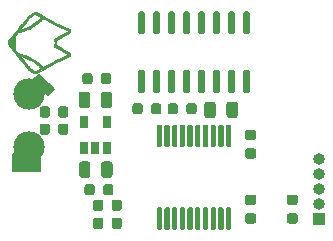
<source format=gbs>
%TF.GenerationSoftware,KiCad,Pcbnew,5.1.8-db9833491~88~ubuntu20.04.1*%
%TF.CreationDate,2021-02-21T13:37:15+01:00*%
%TF.ProjectId,RF_STICK,52465f53-5449-4434-9b2e-6b696361645f,rev?*%
%TF.SameCoordinates,PX8f0d180PY41cdb40*%
%TF.FileFunction,Soldermask,Bot*%
%TF.FilePolarity,Negative*%
%FSLAX46Y46*%
G04 Gerber Fmt 4.6, Leading zero omitted, Abs format (unit mm)*
G04 Created by KiCad (PCBNEW 5.1.8-db9833491~88~ubuntu20.04.1) date 2021-02-21 13:37:15*
%MOMM*%
%LPD*%
G01*
G04 APERTURE LIST*
%ADD10C,0.010000*%
%ADD11R,1.000000X1.000000*%
%ADD12O,1.000000X1.000000*%
%ADD13R,0.650000X1.060000*%
%ADD14C,2.660000*%
%ADD15C,0.200000*%
%ADD16C,0.100000*%
G04 APERTURE END LIST*
D10*
%TO.C,MARK2*%
G36*
X5573781Y15234364D02*
G01*
X5545224Y15256629D01*
X5505180Y15283419D01*
X5461109Y15309821D01*
X5449427Y15316278D01*
X5423376Y15330577D01*
X5381072Y15354039D01*
X5324705Y15385441D01*
X5256465Y15423557D01*
X5178540Y15467164D01*
X5093122Y15515037D01*
X5002398Y15565952D01*
X4908560Y15618685D01*
X4902354Y15622175D01*
X4439333Y15882568D01*
X4439333Y16317432D01*
X4902354Y16577825D01*
X4996321Y16630634D01*
X5087315Y16681706D01*
X5173149Y16729816D01*
X5251631Y16773740D01*
X5320573Y16812254D01*
X5377785Y16844133D01*
X5421078Y16868153D01*
X5448261Y16883089D01*
X5449427Y16883722D01*
X5493305Y16909171D01*
X5535179Y16936341D01*
X5567591Y16960320D01*
X5573781Y16965635D01*
X5614083Y17002046D01*
X5614083Y17188252D01*
X5571361Y17219671D01*
X5553228Y17230485D01*
X5517995Y17249174D01*
X5467765Y17274702D01*
X5404637Y17306035D01*
X5330714Y17342139D01*
X5248097Y17381979D01*
X5158887Y17424521D01*
X5071298Y17465860D01*
X4915417Y17539077D01*
X4776790Y17604269D01*
X4653512Y17662409D01*
X4543676Y17714472D01*
X4445377Y17761430D01*
X4356711Y17804256D01*
X4275771Y17843923D01*
X4200653Y17881404D01*
X4129450Y17917673D01*
X4060258Y17953702D01*
X3991170Y17990465D01*
X3920282Y18028934D01*
X3845687Y18070083D01*
X3765482Y18114884D01*
X3677759Y18164312D01*
X3580614Y18219338D01*
X3472141Y18280936D01*
X3444500Y18296641D01*
X2793625Y18666458D01*
X2675648Y18669988D01*
X2620602Y18671068D01*
X2580002Y18669906D01*
X2547174Y18665687D01*
X2515445Y18657598D01*
X2482585Y18646433D01*
X2373811Y18600529D01*
X2274327Y18543644D01*
X2178573Y18472274D01*
X2112048Y18413016D01*
X2097020Y18396807D01*
X2069665Y18365108D01*
X2030849Y18318981D01*
X1981437Y18259488D01*
X1922296Y18187690D01*
X1854292Y18104650D01*
X1778289Y18011430D01*
X1695155Y17909092D01*
X1605754Y17798698D01*
X1510954Y17681309D01*
X1411618Y17557989D01*
X1308614Y17429799D01*
X1202807Y17297801D01*
X1199236Y17293340D01*
X354167Y16237722D01*
X354956Y16097423D01*
X355745Y15957125D01*
X1189685Y14916371D01*
X1294728Y14785376D01*
X1396845Y14658222D01*
X1495174Y14535970D01*
X1588856Y14419684D01*
X1677029Y14310424D01*
X1758834Y14209252D01*
X1833410Y14117231D01*
X1899896Y14035422D01*
X1957432Y13964888D01*
X2005156Y13906689D01*
X2042209Y13861889D01*
X2067730Y13831549D01*
X2080542Y13817055D01*
X2126465Y13773600D01*
X2181961Y13726863D01*
X2241257Y13681243D01*
X2298583Y13641140D01*
X2348165Y13610956D01*
X2356889Y13606372D01*
X2394025Y13589128D01*
X2440631Y13569621D01*
X2482839Y13553475D01*
X2519143Y13541277D01*
X2550651Y13533665D01*
X2584031Y13529829D01*
X2625948Y13528958D01*
X2643601Y13529332D01*
X2643601Y13681930D01*
X2598350Y13693404D01*
X2543575Y13715794D01*
X2482277Y13747365D01*
X2417456Y13786383D01*
X2352114Y13831111D01*
X2289251Y13879816D01*
X2231869Y13930762D01*
X2209620Y13952934D01*
X2196728Y13967610D01*
X2172557Y13996416D01*
X2138472Y14037658D01*
X2095840Y14089642D01*
X2046026Y14150675D01*
X1990397Y14219063D01*
X1930319Y14293112D01*
X1867158Y14371128D01*
X1802280Y14451418D01*
X1737051Y14532289D01*
X1672837Y14612045D01*
X1611004Y14688995D01*
X1552919Y14761443D01*
X1499946Y14827696D01*
X1453454Y14886061D01*
X1414807Y14934844D01*
X1385371Y14972351D01*
X1366514Y14996889D01*
X1359600Y15006763D01*
X1359591Y15006824D01*
X1368985Y15004406D01*
X1394753Y14996249D01*
X1433270Y14983536D01*
X1480906Y14967453D01*
X1495829Y14962355D01*
X1678016Y14894510D01*
X1867960Y14813700D01*
X2060629Y14722511D01*
X2250988Y14623527D01*
X2434005Y14519334D01*
X2604644Y14412518D01*
X2718538Y14334346D01*
X2773097Y14292445D01*
X2832602Y14242045D01*
X2893201Y14186856D01*
X2951042Y14130589D01*
X3002271Y14076952D01*
X3043036Y14029656D01*
X3063142Y14002518D01*
X3084038Y13970110D01*
X3099253Y13944381D01*
X3105775Y13930457D01*
X3105833Y13929916D01*
X3097087Y13922635D01*
X3072936Y13906940D01*
X3036516Y13884634D01*
X2990963Y13857518D01*
X2939412Y13827395D01*
X2884997Y13796064D01*
X2830854Y13765329D01*
X2780119Y13736990D01*
X2735925Y13712849D01*
X2701409Y13694708D01*
X2679705Y13684367D01*
X2676326Y13683108D01*
X2643601Y13681930D01*
X2643601Y13529332D01*
X2675648Y13530012D01*
X2793625Y13533542D01*
X3270427Y13804453D01*
X3270427Y14018055D01*
X3260743Y14025732D01*
X3245911Y14048100D01*
X3229084Y14080378D01*
X3228532Y14081555D01*
X3212916Y14110990D01*
X3192439Y14141240D01*
X3164483Y14175465D01*
X3126429Y14216826D01*
X3075661Y14268483D01*
X3064418Y14279667D01*
X2959980Y14376478D01*
X2845114Y14469592D01*
X2717651Y14560481D01*
X2575420Y14650615D01*
X2416252Y14741467D01*
X2271042Y14817804D01*
X2098096Y14903159D01*
X1938123Y14976437D01*
X1787723Y15038974D01*
X1643493Y15092104D01*
X1502033Y15137165D01*
X1360825Y15175273D01*
X1305819Y15189089D01*
X1257743Y15201604D01*
X1220534Y15211761D01*
X1198130Y15218499D01*
X1193852Y15220173D01*
X1183871Y15230102D01*
X1162841Y15254115D01*
X1132862Y15289709D01*
X1096032Y15334379D01*
X1054449Y15385622D01*
X1037442Y15406792D01*
X986642Y15470916D01*
X948570Y15520740D01*
X922072Y15557939D01*
X905996Y15584191D01*
X899188Y15601173D01*
X899140Y15607875D01*
X904804Y15628840D01*
X913806Y15662589D01*
X923145Y15697833D01*
X928351Y15720326D01*
X932475Y15745749D01*
X935631Y15776709D01*
X937933Y15815813D01*
X939494Y15865667D01*
X940427Y15928877D01*
X940845Y16008052D01*
X940863Y16105292D01*
X940652Y16200183D01*
X940198Y16276657D01*
X939346Y16337465D01*
X937943Y16385357D01*
X935835Y16423081D01*
X932866Y16453390D01*
X928884Y16479031D01*
X923733Y16502756D01*
X917260Y16527315D01*
X917189Y16527571D01*
X906919Y16569691D01*
X901642Y16602592D01*
X902104Y16621299D01*
X902890Y16622821D01*
X932006Y16660294D01*
X967228Y16704835D01*
X1006260Y16753630D01*
X1046803Y16803859D01*
X1086562Y16852708D01*
X1123241Y16897358D01*
X1154541Y16934993D01*
X1178168Y16962796D01*
X1191823Y16977950D01*
X1193957Y16979827D01*
X1208084Y16984611D01*
X1238853Y16993306D01*
X1282329Y17004853D01*
X1334579Y17018194D01*
X1360825Y17024727D01*
X1367136Y17026431D01*
X1367136Y17201986D01*
X1367298Y17203317D01*
X1375595Y17213751D01*
X1395941Y17239244D01*
X1427163Y17278327D01*
X1468085Y17329532D01*
X1517535Y17391391D01*
X1574338Y17462433D01*
X1637320Y17541191D01*
X1705306Y17626196D01*
X1777124Y17715979D01*
X1779741Y17719250D01*
X1870779Y17832870D01*
X1949978Y17931212D01*
X2018560Y18015654D01*
X2077754Y18087569D01*
X2128784Y18148333D01*
X2172876Y18199322D01*
X2211255Y18241910D01*
X2245147Y18277474D01*
X2275779Y18307389D01*
X2304374Y18333029D01*
X2332160Y18355770D01*
X2360362Y18376988D01*
X2375583Y18387866D01*
X2435480Y18426905D01*
X2496373Y18460982D01*
X2554634Y18488539D01*
X2606638Y18508022D01*
X2648758Y18517874D01*
X2676326Y18516892D01*
X2693841Y18509083D01*
X2725054Y18492964D01*
X2766831Y18470336D01*
X2816035Y18443000D01*
X2869533Y18412760D01*
X2924189Y18381415D01*
X2976867Y18350767D01*
X3024433Y18322619D01*
X3063751Y18298771D01*
X3091687Y18281026D01*
X3105105Y18271184D01*
X3105833Y18270083D01*
X3100334Y18257603D01*
X3085843Y18232813D01*
X3065375Y18200836D01*
X3063142Y18197481D01*
X3031903Y18156766D01*
X2987526Y18107135D01*
X2933865Y18052300D01*
X2874772Y17995969D01*
X2814098Y17941852D01*
X2755697Y17893658D01*
X2718538Y17865653D01*
X2559418Y17758096D01*
X2384232Y17651350D01*
X2198007Y17547996D01*
X2005770Y17450614D01*
X1812547Y17361787D01*
X1623366Y17284094D01*
X1494536Y17237202D01*
X1445849Y17221175D01*
X1406226Y17209388D01*
X1378908Y17202704D01*
X1367136Y17201986D01*
X1367136Y17026431D01*
X1502902Y17063090D01*
X1644368Y17108196D01*
X1788626Y17161381D01*
X1939075Y17223979D01*
X2099117Y17297327D01*
X2271042Y17382196D01*
X2445774Y17474742D01*
X2601784Y17565359D01*
X2741241Y17655520D01*
X2866315Y17746696D01*
X2979176Y17840357D01*
X3064418Y17920333D01*
X3117885Y17974292D01*
X3158142Y18017357D01*
X3187806Y18052690D01*
X3209497Y18083449D01*
X3225831Y18112795D01*
X3228532Y18118444D01*
X3245371Y18150968D01*
X3260320Y18173738D01*
X3270223Y18181975D01*
X3270427Y18181944D01*
X3281834Y18176363D01*
X3309564Y18161452D01*
X3351547Y18138361D01*
X3405715Y18108243D01*
X3470001Y18072246D01*
X3542337Y18031523D01*
X3620654Y17987223D01*
X3635552Y17978774D01*
X3727813Y17926831D01*
X3814850Y17878780D01*
X3899770Y17833036D01*
X3985683Y17788010D01*
X4075696Y17742115D01*
X4172917Y17693766D01*
X4280455Y17641375D01*
X4401417Y17583355D01*
X4524000Y17525168D01*
X4627444Y17476291D01*
X4728381Y17428680D01*
X4824588Y17383379D01*
X4913846Y17341429D01*
X4993933Y17303872D01*
X5062628Y17271750D01*
X5117710Y17246107D01*
X5156959Y17227983D01*
X5169583Y17222233D01*
X5224500Y17197031D01*
X5282134Y17169922D01*
X5334037Y17144907D01*
X5359399Y17132322D01*
X5438090Y17092592D01*
X5412316Y17073032D01*
X5394414Y17061697D01*
X5361416Y17042877D01*
X5317108Y17018655D01*
X5265276Y16991110D01*
X5227792Y16971609D01*
X5174351Y16943760D01*
X5127132Y16918604D01*
X5089529Y16897994D01*
X5064934Y16883779D01*
X5057159Y16878519D01*
X5045631Y16871083D01*
X5017607Y16854477D01*
X4975078Y16829840D01*
X4920034Y16798309D01*
X4854467Y16761023D01*
X4780367Y16719119D01*
X4699725Y16673737D01*
X4657996Y16650333D01*
X4270715Y16433375D01*
X4270358Y16373037D01*
X4273156Y16326263D01*
X4280674Y16275167D01*
X4285875Y16251751D01*
X4296402Y16191194D01*
X4300942Y16119323D01*
X4299497Y16045128D01*
X4292066Y15977598D01*
X4285875Y15948249D01*
X4276674Y15901234D01*
X4271127Y15850212D01*
X4270358Y15826963D01*
X4270715Y15766625D01*
X4657996Y15549667D01*
X4741139Y15502983D01*
X4818727Y15459214D01*
X4888767Y15419500D01*
X4949269Y15384978D01*
X4998243Y15356786D01*
X5033696Y15336062D01*
X5053639Y15323944D01*
X5057159Y15321481D01*
X5070176Y15313073D01*
X5098667Y15296925D01*
X5139238Y15274886D01*
X5188497Y15248810D01*
X5227792Y15228390D01*
X5282571Y15199777D01*
X5332392Y15173075D01*
X5373469Y15150367D01*
X5402015Y15133732D01*
X5412316Y15126968D01*
X5438090Y15107408D01*
X5359399Y15067678D01*
X5315194Y15045928D01*
X5260074Y15019628D01*
X5202489Y14992782D01*
X5169583Y14977767D01*
X5138775Y14963647D01*
X5091061Y14941504D01*
X5028661Y14912380D01*
X4953797Y14877318D01*
X4868690Y14837359D01*
X4775561Y14793545D01*
X4676631Y14746919D01*
X4574120Y14698524D01*
X4524000Y14674831D01*
X4388339Y14610407D01*
X4268892Y14553035D01*
X4162553Y14501130D01*
X4066211Y14453105D01*
X3976760Y14407372D01*
X3891092Y14362345D01*
X3806097Y14316437D01*
X3718669Y14268062D01*
X3635552Y14221226D01*
X3556359Y14176394D01*
X3482768Y14134926D01*
X3416846Y14097973D01*
X3360660Y14066687D01*
X3316280Y14042217D01*
X3285773Y14025714D01*
X3271206Y14018330D01*
X3270427Y14018055D01*
X3270427Y13804453D01*
X3444500Y13903359D01*
X3555944Y13966661D01*
X3655607Y14023160D01*
X3745396Y14073830D01*
X3827214Y14119642D01*
X3902969Y14161570D01*
X3974565Y14200588D01*
X4043908Y14237668D01*
X4112903Y14273783D01*
X4183456Y14309907D01*
X4257472Y14347012D01*
X4336856Y14386072D01*
X4423514Y14428059D01*
X4519352Y14473947D01*
X4626275Y14524709D01*
X4746188Y14581318D01*
X4880996Y14644747D01*
X5032606Y14715969D01*
X5071298Y14734139D01*
X5164775Y14778272D01*
X5253625Y14820672D01*
X5335747Y14860303D01*
X5409040Y14896132D01*
X5471402Y14927123D01*
X5520732Y14952243D01*
X5554929Y14970457D01*
X5571361Y14980329D01*
X5614083Y15011748D01*
X5614083Y15197953D01*
X5573781Y15234364D01*
G37*
X5573781Y15234364D02*
X5545224Y15256629D01*
X5505180Y15283419D01*
X5461109Y15309821D01*
X5449427Y15316278D01*
X5423376Y15330577D01*
X5381072Y15354039D01*
X5324705Y15385441D01*
X5256465Y15423557D01*
X5178540Y15467164D01*
X5093122Y15515037D01*
X5002398Y15565952D01*
X4908560Y15618685D01*
X4902354Y15622175D01*
X4439333Y15882568D01*
X4439333Y16317432D01*
X4902354Y16577825D01*
X4996321Y16630634D01*
X5087315Y16681706D01*
X5173149Y16729816D01*
X5251631Y16773740D01*
X5320573Y16812254D01*
X5377785Y16844133D01*
X5421078Y16868153D01*
X5448261Y16883089D01*
X5449427Y16883722D01*
X5493305Y16909171D01*
X5535179Y16936341D01*
X5567591Y16960320D01*
X5573781Y16965635D01*
X5614083Y17002046D01*
X5614083Y17188252D01*
X5571361Y17219671D01*
X5553228Y17230485D01*
X5517995Y17249174D01*
X5467765Y17274702D01*
X5404637Y17306035D01*
X5330714Y17342139D01*
X5248097Y17381979D01*
X5158887Y17424521D01*
X5071298Y17465860D01*
X4915417Y17539077D01*
X4776790Y17604269D01*
X4653512Y17662409D01*
X4543676Y17714472D01*
X4445377Y17761430D01*
X4356711Y17804256D01*
X4275771Y17843923D01*
X4200653Y17881404D01*
X4129450Y17917673D01*
X4060258Y17953702D01*
X3991170Y17990465D01*
X3920282Y18028934D01*
X3845687Y18070083D01*
X3765482Y18114884D01*
X3677759Y18164312D01*
X3580614Y18219338D01*
X3472141Y18280936D01*
X3444500Y18296641D01*
X2793625Y18666458D01*
X2675648Y18669988D01*
X2620602Y18671068D01*
X2580002Y18669906D01*
X2547174Y18665687D01*
X2515445Y18657598D01*
X2482585Y18646433D01*
X2373811Y18600529D01*
X2274327Y18543644D01*
X2178573Y18472274D01*
X2112048Y18413016D01*
X2097020Y18396807D01*
X2069665Y18365108D01*
X2030849Y18318981D01*
X1981437Y18259488D01*
X1922296Y18187690D01*
X1854292Y18104650D01*
X1778289Y18011430D01*
X1695155Y17909092D01*
X1605754Y17798698D01*
X1510954Y17681309D01*
X1411618Y17557989D01*
X1308614Y17429799D01*
X1202807Y17297801D01*
X1199236Y17293340D01*
X354167Y16237722D01*
X354956Y16097423D01*
X355745Y15957125D01*
X1189685Y14916371D01*
X1294728Y14785376D01*
X1396845Y14658222D01*
X1495174Y14535970D01*
X1588856Y14419684D01*
X1677029Y14310424D01*
X1758834Y14209252D01*
X1833410Y14117231D01*
X1899896Y14035422D01*
X1957432Y13964888D01*
X2005156Y13906689D01*
X2042209Y13861889D01*
X2067730Y13831549D01*
X2080542Y13817055D01*
X2126465Y13773600D01*
X2181961Y13726863D01*
X2241257Y13681243D01*
X2298583Y13641140D01*
X2348165Y13610956D01*
X2356889Y13606372D01*
X2394025Y13589128D01*
X2440631Y13569621D01*
X2482839Y13553475D01*
X2519143Y13541277D01*
X2550651Y13533665D01*
X2584031Y13529829D01*
X2625948Y13528958D01*
X2643601Y13529332D01*
X2643601Y13681930D01*
X2598350Y13693404D01*
X2543575Y13715794D01*
X2482277Y13747365D01*
X2417456Y13786383D01*
X2352114Y13831111D01*
X2289251Y13879816D01*
X2231869Y13930762D01*
X2209620Y13952934D01*
X2196728Y13967610D01*
X2172557Y13996416D01*
X2138472Y14037658D01*
X2095840Y14089642D01*
X2046026Y14150675D01*
X1990397Y14219063D01*
X1930319Y14293112D01*
X1867158Y14371128D01*
X1802280Y14451418D01*
X1737051Y14532289D01*
X1672837Y14612045D01*
X1611004Y14688995D01*
X1552919Y14761443D01*
X1499946Y14827696D01*
X1453454Y14886061D01*
X1414807Y14934844D01*
X1385371Y14972351D01*
X1366514Y14996889D01*
X1359600Y15006763D01*
X1359591Y15006824D01*
X1368985Y15004406D01*
X1394753Y14996249D01*
X1433270Y14983536D01*
X1480906Y14967453D01*
X1495829Y14962355D01*
X1678016Y14894510D01*
X1867960Y14813700D01*
X2060629Y14722511D01*
X2250988Y14623527D01*
X2434005Y14519334D01*
X2604644Y14412518D01*
X2718538Y14334346D01*
X2773097Y14292445D01*
X2832602Y14242045D01*
X2893201Y14186856D01*
X2951042Y14130589D01*
X3002271Y14076952D01*
X3043036Y14029656D01*
X3063142Y14002518D01*
X3084038Y13970110D01*
X3099253Y13944381D01*
X3105775Y13930457D01*
X3105833Y13929916D01*
X3097087Y13922635D01*
X3072936Y13906940D01*
X3036516Y13884634D01*
X2990963Y13857518D01*
X2939412Y13827395D01*
X2884997Y13796064D01*
X2830854Y13765329D01*
X2780119Y13736990D01*
X2735925Y13712849D01*
X2701409Y13694708D01*
X2679705Y13684367D01*
X2676326Y13683108D01*
X2643601Y13681930D01*
X2643601Y13529332D01*
X2675648Y13530012D01*
X2793625Y13533542D01*
X3270427Y13804453D01*
X3270427Y14018055D01*
X3260743Y14025732D01*
X3245911Y14048100D01*
X3229084Y14080378D01*
X3228532Y14081555D01*
X3212916Y14110990D01*
X3192439Y14141240D01*
X3164483Y14175465D01*
X3126429Y14216826D01*
X3075661Y14268483D01*
X3064418Y14279667D01*
X2959980Y14376478D01*
X2845114Y14469592D01*
X2717651Y14560481D01*
X2575420Y14650615D01*
X2416252Y14741467D01*
X2271042Y14817804D01*
X2098096Y14903159D01*
X1938123Y14976437D01*
X1787723Y15038974D01*
X1643493Y15092104D01*
X1502033Y15137165D01*
X1360825Y15175273D01*
X1305819Y15189089D01*
X1257743Y15201604D01*
X1220534Y15211761D01*
X1198130Y15218499D01*
X1193852Y15220173D01*
X1183871Y15230102D01*
X1162841Y15254115D01*
X1132862Y15289709D01*
X1096032Y15334379D01*
X1054449Y15385622D01*
X1037442Y15406792D01*
X986642Y15470916D01*
X948570Y15520740D01*
X922072Y15557939D01*
X905996Y15584191D01*
X899188Y15601173D01*
X899140Y15607875D01*
X904804Y15628840D01*
X913806Y15662589D01*
X923145Y15697833D01*
X928351Y15720326D01*
X932475Y15745749D01*
X935631Y15776709D01*
X937933Y15815813D01*
X939494Y15865667D01*
X940427Y15928877D01*
X940845Y16008052D01*
X940863Y16105292D01*
X940652Y16200183D01*
X940198Y16276657D01*
X939346Y16337465D01*
X937943Y16385357D01*
X935835Y16423081D01*
X932866Y16453390D01*
X928884Y16479031D01*
X923733Y16502756D01*
X917260Y16527315D01*
X917189Y16527571D01*
X906919Y16569691D01*
X901642Y16602592D01*
X902104Y16621299D01*
X902890Y16622821D01*
X932006Y16660294D01*
X967228Y16704835D01*
X1006260Y16753630D01*
X1046803Y16803859D01*
X1086562Y16852708D01*
X1123241Y16897358D01*
X1154541Y16934993D01*
X1178168Y16962796D01*
X1191823Y16977950D01*
X1193957Y16979827D01*
X1208084Y16984611D01*
X1238853Y16993306D01*
X1282329Y17004853D01*
X1334579Y17018194D01*
X1360825Y17024727D01*
X1367136Y17026431D01*
X1367136Y17201986D01*
X1367298Y17203317D01*
X1375595Y17213751D01*
X1395941Y17239244D01*
X1427163Y17278327D01*
X1468085Y17329532D01*
X1517535Y17391391D01*
X1574338Y17462433D01*
X1637320Y17541191D01*
X1705306Y17626196D01*
X1777124Y17715979D01*
X1779741Y17719250D01*
X1870779Y17832870D01*
X1949978Y17931212D01*
X2018560Y18015654D01*
X2077754Y18087569D01*
X2128784Y18148333D01*
X2172876Y18199322D01*
X2211255Y18241910D01*
X2245147Y18277474D01*
X2275779Y18307389D01*
X2304374Y18333029D01*
X2332160Y18355770D01*
X2360362Y18376988D01*
X2375583Y18387866D01*
X2435480Y18426905D01*
X2496373Y18460982D01*
X2554634Y18488539D01*
X2606638Y18508022D01*
X2648758Y18517874D01*
X2676326Y18516892D01*
X2693841Y18509083D01*
X2725054Y18492964D01*
X2766831Y18470336D01*
X2816035Y18443000D01*
X2869533Y18412760D01*
X2924189Y18381415D01*
X2976867Y18350767D01*
X3024433Y18322619D01*
X3063751Y18298771D01*
X3091687Y18281026D01*
X3105105Y18271184D01*
X3105833Y18270083D01*
X3100334Y18257603D01*
X3085843Y18232813D01*
X3065375Y18200836D01*
X3063142Y18197481D01*
X3031903Y18156766D01*
X2987526Y18107135D01*
X2933865Y18052300D01*
X2874772Y17995969D01*
X2814098Y17941852D01*
X2755697Y17893658D01*
X2718538Y17865653D01*
X2559418Y17758096D01*
X2384232Y17651350D01*
X2198007Y17547996D01*
X2005770Y17450614D01*
X1812547Y17361787D01*
X1623366Y17284094D01*
X1494536Y17237202D01*
X1445849Y17221175D01*
X1406226Y17209388D01*
X1378908Y17202704D01*
X1367136Y17201986D01*
X1367136Y17026431D01*
X1502902Y17063090D01*
X1644368Y17108196D01*
X1788626Y17161381D01*
X1939075Y17223979D01*
X2099117Y17297327D01*
X2271042Y17382196D01*
X2445774Y17474742D01*
X2601784Y17565359D01*
X2741241Y17655520D01*
X2866315Y17746696D01*
X2979176Y17840357D01*
X3064418Y17920333D01*
X3117885Y17974292D01*
X3158142Y18017357D01*
X3187806Y18052690D01*
X3209497Y18083449D01*
X3225831Y18112795D01*
X3228532Y18118444D01*
X3245371Y18150968D01*
X3260320Y18173738D01*
X3270223Y18181975D01*
X3270427Y18181944D01*
X3281834Y18176363D01*
X3309564Y18161452D01*
X3351547Y18138361D01*
X3405715Y18108243D01*
X3470001Y18072246D01*
X3542337Y18031523D01*
X3620654Y17987223D01*
X3635552Y17978774D01*
X3727813Y17926831D01*
X3814850Y17878780D01*
X3899770Y17833036D01*
X3985683Y17788010D01*
X4075696Y17742115D01*
X4172917Y17693766D01*
X4280455Y17641375D01*
X4401417Y17583355D01*
X4524000Y17525168D01*
X4627444Y17476291D01*
X4728381Y17428680D01*
X4824588Y17383379D01*
X4913846Y17341429D01*
X4993933Y17303872D01*
X5062628Y17271750D01*
X5117710Y17246107D01*
X5156959Y17227983D01*
X5169583Y17222233D01*
X5224500Y17197031D01*
X5282134Y17169922D01*
X5334037Y17144907D01*
X5359399Y17132322D01*
X5438090Y17092592D01*
X5412316Y17073032D01*
X5394414Y17061697D01*
X5361416Y17042877D01*
X5317108Y17018655D01*
X5265276Y16991110D01*
X5227792Y16971609D01*
X5174351Y16943760D01*
X5127132Y16918604D01*
X5089529Y16897994D01*
X5064934Y16883779D01*
X5057159Y16878519D01*
X5045631Y16871083D01*
X5017607Y16854477D01*
X4975078Y16829840D01*
X4920034Y16798309D01*
X4854467Y16761023D01*
X4780367Y16719119D01*
X4699725Y16673737D01*
X4657996Y16650333D01*
X4270715Y16433375D01*
X4270358Y16373037D01*
X4273156Y16326263D01*
X4280674Y16275167D01*
X4285875Y16251751D01*
X4296402Y16191194D01*
X4300942Y16119323D01*
X4299497Y16045128D01*
X4292066Y15977598D01*
X4285875Y15948249D01*
X4276674Y15901234D01*
X4271127Y15850212D01*
X4270358Y15826963D01*
X4270715Y15766625D01*
X4657996Y15549667D01*
X4741139Y15502983D01*
X4818727Y15459214D01*
X4888767Y15419500D01*
X4949269Y15384978D01*
X4998243Y15356786D01*
X5033696Y15336062D01*
X5053639Y15323944D01*
X5057159Y15321481D01*
X5070176Y15313073D01*
X5098667Y15296925D01*
X5139238Y15274886D01*
X5188497Y15248810D01*
X5227792Y15228390D01*
X5282571Y15199777D01*
X5332392Y15173075D01*
X5373469Y15150367D01*
X5402015Y15133732D01*
X5412316Y15126968D01*
X5438090Y15107408D01*
X5359399Y15067678D01*
X5315194Y15045928D01*
X5260074Y15019628D01*
X5202489Y14992782D01*
X5169583Y14977767D01*
X5138775Y14963647D01*
X5091061Y14941504D01*
X5028661Y14912380D01*
X4953797Y14877318D01*
X4868690Y14837359D01*
X4775561Y14793545D01*
X4676631Y14746919D01*
X4574120Y14698524D01*
X4524000Y14674831D01*
X4388339Y14610407D01*
X4268892Y14553035D01*
X4162553Y14501130D01*
X4066211Y14453105D01*
X3976760Y14407372D01*
X3891092Y14362345D01*
X3806097Y14316437D01*
X3718669Y14268062D01*
X3635552Y14221226D01*
X3556359Y14176394D01*
X3482768Y14134926D01*
X3416846Y14097973D01*
X3360660Y14066687D01*
X3316280Y14042217D01*
X3285773Y14025714D01*
X3271206Y14018330D01*
X3270427Y14018055D01*
X3270427Y13804453D01*
X3444500Y13903359D01*
X3555944Y13966661D01*
X3655607Y14023160D01*
X3745396Y14073830D01*
X3827214Y14119642D01*
X3902969Y14161570D01*
X3974565Y14200588D01*
X4043908Y14237668D01*
X4112903Y14273783D01*
X4183456Y14309907D01*
X4257472Y14347012D01*
X4336856Y14386072D01*
X4423514Y14428059D01*
X4519352Y14473947D01*
X4626275Y14524709D01*
X4746188Y14581318D01*
X4880996Y14644747D01*
X5032606Y14715969D01*
X5071298Y14734139D01*
X5164775Y14778272D01*
X5253625Y14820672D01*
X5335747Y14860303D01*
X5409040Y14896132D01*
X5471402Y14927123D01*
X5520732Y14952243D01*
X5554929Y14970457D01*
X5571361Y14980329D01*
X5614083Y15011748D01*
X5614083Y15197953D01*
X5573781Y15234364D01*
%TD*%
%TO.C,R10*%
G36*
G01*
X4600000Y8513750D02*
X4600000Y9026250D01*
G75*
G02*
X4818750Y9245000I218750J0D01*
G01*
X5256250Y9245000D01*
G75*
G02*
X5475000Y9026250I0J-218750D01*
G01*
X5475000Y8513750D01*
G75*
G02*
X5256250Y8295000I-218750J0D01*
G01*
X4818750Y8295000D01*
G75*
G02*
X4600000Y8513750I0J218750D01*
G01*
G37*
G36*
G01*
X3025000Y8513750D02*
X3025000Y9026250D01*
G75*
G02*
X3243750Y9245000I218750J0D01*
G01*
X3681250Y9245000D01*
G75*
G02*
X3900000Y9026250I0J-218750D01*
G01*
X3900000Y8513750D01*
G75*
G02*
X3681250Y8295000I-218750J0D01*
G01*
X3243750Y8295000D01*
G75*
G02*
X3025000Y8513750I0J218750D01*
G01*
G37*
%TD*%
%TO.C,C8*%
G36*
G01*
X4600000Y9973750D02*
X4600000Y10486250D01*
G75*
G02*
X4818750Y10705000I218750J0D01*
G01*
X5256250Y10705000D01*
G75*
G02*
X5475000Y10486250I0J-218750D01*
G01*
X5475000Y9973750D01*
G75*
G02*
X5256250Y9755000I-218750J0D01*
G01*
X4818750Y9755000D01*
G75*
G02*
X4600000Y9973750I0J218750D01*
G01*
G37*
G36*
G01*
X3025000Y9973750D02*
X3025000Y10486250D01*
G75*
G02*
X3243750Y10705000I218750J0D01*
G01*
X3681250Y10705000D01*
G75*
G02*
X3900000Y10486250I0J-218750D01*
G01*
X3900000Y9973750D01*
G75*
G02*
X3681250Y9755000I-218750J0D01*
G01*
X3243750Y9755000D01*
G75*
G02*
X3025000Y9973750I0J218750D01*
G01*
G37*
%TD*%
%TO.C,U5*%
G36*
G01*
X19137500Y7250000D02*
X18912500Y7250000D01*
G75*
G02*
X18800000Y7362500I0J112500D01*
G01*
X18800000Y9037500D01*
G75*
G02*
X18912500Y9150000I112500J0D01*
G01*
X19137500Y9150000D01*
G75*
G02*
X19250000Y9037500I0J-112500D01*
G01*
X19250000Y7362500D01*
G75*
G02*
X19137500Y7250000I-112500J0D01*
G01*
G37*
G36*
G01*
X18487500Y7250000D02*
X18262500Y7250000D01*
G75*
G02*
X18150000Y7362500I0J112500D01*
G01*
X18150000Y9037500D01*
G75*
G02*
X18262500Y9150000I112500J0D01*
G01*
X18487500Y9150000D01*
G75*
G02*
X18600000Y9037500I0J-112500D01*
G01*
X18600000Y7362500D01*
G75*
G02*
X18487500Y7250000I-112500J0D01*
G01*
G37*
G36*
G01*
X17837500Y7250000D02*
X17612500Y7250000D01*
G75*
G02*
X17500000Y7362500I0J112500D01*
G01*
X17500000Y9037500D01*
G75*
G02*
X17612500Y9150000I112500J0D01*
G01*
X17837500Y9150000D01*
G75*
G02*
X17950000Y9037500I0J-112500D01*
G01*
X17950000Y7362500D01*
G75*
G02*
X17837500Y7250000I-112500J0D01*
G01*
G37*
G36*
G01*
X17187500Y7250000D02*
X16962500Y7250000D01*
G75*
G02*
X16850000Y7362500I0J112500D01*
G01*
X16850000Y9037500D01*
G75*
G02*
X16962500Y9150000I112500J0D01*
G01*
X17187500Y9150000D01*
G75*
G02*
X17300000Y9037500I0J-112500D01*
G01*
X17300000Y7362500D01*
G75*
G02*
X17187500Y7250000I-112500J0D01*
G01*
G37*
G36*
G01*
X16537500Y7250000D02*
X16312500Y7250000D01*
G75*
G02*
X16200000Y7362500I0J112500D01*
G01*
X16200000Y9037500D01*
G75*
G02*
X16312500Y9150000I112500J0D01*
G01*
X16537500Y9150000D01*
G75*
G02*
X16650000Y9037500I0J-112500D01*
G01*
X16650000Y7362500D01*
G75*
G02*
X16537500Y7250000I-112500J0D01*
G01*
G37*
G36*
G01*
X15887500Y7250000D02*
X15662500Y7250000D01*
G75*
G02*
X15550000Y7362500I0J112500D01*
G01*
X15550000Y9037500D01*
G75*
G02*
X15662500Y9150000I112500J0D01*
G01*
X15887500Y9150000D01*
G75*
G02*
X16000000Y9037500I0J-112500D01*
G01*
X16000000Y7362500D01*
G75*
G02*
X15887500Y7250000I-112500J0D01*
G01*
G37*
G36*
G01*
X15237500Y7250000D02*
X15012500Y7250000D01*
G75*
G02*
X14900000Y7362500I0J112500D01*
G01*
X14900000Y9037500D01*
G75*
G02*
X15012500Y9150000I112500J0D01*
G01*
X15237500Y9150000D01*
G75*
G02*
X15350000Y9037500I0J-112500D01*
G01*
X15350000Y7362500D01*
G75*
G02*
X15237500Y7250000I-112500J0D01*
G01*
G37*
G36*
G01*
X14587500Y7250000D02*
X14362500Y7250000D01*
G75*
G02*
X14250000Y7362500I0J112500D01*
G01*
X14250000Y9037500D01*
G75*
G02*
X14362500Y9150000I112500J0D01*
G01*
X14587500Y9150000D01*
G75*
G02*
X14700000Y9037500I0J-112500D01*
G01*
X14700000Y7362500D01*
G75*
G02*
X14587500Y7250000I-112500J0D01*
G01*
G37*
G36*
G01*
X13937500Y7250000D02*
X13712500Y7250000D01*
G75*
G02*
X13600000Y7362500I0J112500D01*
G01*
X13600000Y9037500D01*
G75*
G02*
X13712500Y9150000I112500J0D01*
G01*
X13937500Y9150000D01*
G75*
G02*
X14050000Y9037500I0J-112500D01*
G01*
X14050000Y7362500D01*
G75*
G02*
X13937500Y7250000I-112500J0D01*
G01*
G37*
G36*
G01*
X13287500Y7250000D02*
X13062500Y7250000D01*
G75*
G02*
X12950000Y7362500I0J112500D01*
G01*
X12950000Y9037500D01*
G75*
G02*
X13062500Y9150000I112500J0D01*
G01*
X13287500Y9150000D01*
G75*
G02*
X13400000Y9037500I0J-112500D01*
G01*
X13400000Y7362500D01*
G75*
G02*
X13287500Y7250000I-112500J0D01*
G01*
G37*
G36*
G01*
X13287500Y250000D02*
X13062500Y250000D01*
G75*
G02*
X12950000Y362500I0J112500D01*
G01*
X12950000Y2037500D01*
G75*
G02*
X13062500Y2150000I112500J0D01*
G01*
X13287500Y2150000D01*
G75*
G02*
X13400000Y2037500I0J-112500D01*
G01*
X13400000Y362500D01*
G75*
G02*
X13287500Y250000I-112500J0D01*
G01*
G37*
G36*
G01*
X13937500Y250000D02*
X13712500Y250000D01*
G75*
G02*
X13600000Y362500I0J112500D01*
G01*
X13600000Y2037500D01*
G75*
G02*
X13712500Y2150000I112500J0D01*
G01*
X13937500Y2150000D01*
G75*
G02*
X14050000Y2037500I0J-112500D01*
G01*
X14050000Y362500D01*
G75*
G02*
X13937500Y250000I-112500J0D01*
G01*
G37*
G36*
G01*
X14587500Y250000D02*
X14362500Y250000D01*
G75*
G02*
X14250000Y362500I0J112500D01*
G01*
X14250000Y2037500D01*
G75*
G02*
X14362500Y2150000I112500J0D01*
G01*
X14587500Y2150000D01*
G75*
G02*
X14700000Y2037500I0J-112500D01*
G01*
X14700000Y362500D01*
G75*
G02*
X14587500Y250000I-112500J0D01*
G01*
G37*
G36*
G01*
X15237500Y250000D02*
X15012500Y250000D01*
G75*
G02*
X14900000Y362500I0J112500D01*
G01*
X14900000Y2037500D01*
G75*
G02*
X15012500Y2150000I112500J0D01*
G01*
X15237500Y2150000D01*
G75*
G02*
X15350000Y2037500I0J-112500D01*
G01*
X15350000Y362500D01*
G75*
G02*
X15237500Y250000I-112500J0D01*
G01*
G37*
G36*
G01*
X15887500Y250000D02*
X15662500Y250000D01*
G75*
G02*
X15550000Y362500I0J112500D01*
G01*
X15550000Y2037500D01*
G75*
G02*
X15662500Y2150000I112500J0D01*
G01*
X15887500Y2150000D01*
G75*
G02*
X16000000Y2037500I0J-112500D01*
G01*
X16000000Y362500D01*
G75*
G02*
X15887500Y250000I-112500J0D01*
G01*
G37*
G36*
G01*
X16537500Y250000D02*
X16312500Y250000D01*
G75*
G02*
X16200000Y362500I0J112500D01*
G01*
X16200000Y2037500D01*
G75*
G02*
X16312500Y2150000I112500J0D01*
G01*
X16537500Y2150000D01*
G75*
G02*
X16650000Y2037500I0J-112500D01*
G01*
X16650000Y362500D01*
G75*
G02*
X16537500Y250000I-112500J0D01*
G01*
G37*
G36*
G01*
X17187500Y250000D02*
X16962500Y250000D01*
G75*
G02*
X16850000Y362500I0J112500D01*
G01*
X16850000Y2037500D01*
G75*
G02*
X16962500Y2150000I112500J0D01*
G01*
X17187500Y2150000D01*
G75*
G02*
X17300000Y2037500I0J-112500D01*
G01*
X17300000Y362500D01*
G75*
G02*
X17187500Y250000I-112500J0D01*
G01*
G37*
G36*
G01*
X17837500Y250000D02*
X17612500Y250000D01*
G75*
G02*
X17500000Y362500I0J112500D01*
G01*
X17500000Y2037500D01*
G75*
G02*
X17612500Y2150000I112500J0D01*
G01*
X17837500Y2150000D01*
G75*
G02*
X17950000Y2037500I0J-112500D01*
G01*
X17950000Y362500D01*
G75*
G02*
X17837500Y250000I-112500J0D01*
G01*
G37*
G36*
G01*
X18487500Y250000D02*
X18262500Y250000D01*
G75*
G02*
X18150000Y362500I0J112500D01*
G01*
X18150000Y2037500D01*
G75*
G02*
X18262500Y2150000I112500J0D01*
G01*
X18487500Y2150000D01*
G75*
G02*
X18600000Y2037500I0J-112500D01*
G01*
X18600000Y362500D01*
G75*
G02*
X18487500Y250000I-112500J0D01*
G01*
G37*
G36*
G01*
X19137500Y250000D02*
X18912500Y250000D01*
G75*
G02*
X18800000Y362500I0J112500D01*
G01*
X18800000Y2037500D01*
G75*
G02*
X18912500Y2150000I112500J0D01*
G01*
X19137500Y2150000D01*
G75*
G02*
X19250000Y2037500I0J-112500D01*
G01*
X19250000Y362500D01*
G75*
G02*
X19137500Y250000I-112500J0D01*
G01*
G37*
%TD*%
%TO.C,R4*%
G36*
G01*
X24168750Y1650000D02*
X24681250Y1650000D01*
G75*
G02*
X24900000Y1431250I0J-218750D01*
G01*
X24900000Y993750D01*
G75*
G02*
X24681250Y775000I-218750J0D01*
G01*
X24168750Y775000D01*
G75*
G02*
X23950000Y993750I0J218750D01*
G01*
X23950000Y1431250D01*
G75*
G02*
X24168750Y1650000I218750J0D01*
G01*
G37*
G36*
G01*
X24168750Y3225000D02*
X24681250Y3225000D01*
G75*
G02*
X24900000Y3006250I0J-218750D01*
G01*
X24900000Y2568750D01*
G75*
G02*
X24681250Y2350000I-218750J0D01*
G01*
X24168750Y2350000D01*
G75*
G02*
X23950000Y2568750I0J218750D01*
G01*
X23950000Y3006250D01*
G75*
G02*
X24168750Y3225000I218750J0D01*
G01*
G37*
%TD*%
D11*
%TO.C,J2*%
X26725000Y1150000D03*
D12*
X26725000Y2420000D03*
X26725000Y3690000D03*
X26725000Y4960000D03*
X26725000Y6230000D03*
%TD*%
D13*
%TO.C,U4*%
X8700000Y9350000D03*
X6800000Y9350000D03*
X6800000Y7150000D03*
X7750000Y7150000D03*
X8700000Y7150000D03*
%TD*%
%TO.C,R9*%
G36*
G01*
X11762500Y10756250D02*
X11762500Y10243750D01*
G75*
G02*
X11543750Y10025000I-218750J0D01*
G01*
X11106250Y10025000D01*
G75*
G02*
X10887500Y10243750I0J218750D01*
G01*
X10887500Y10756250D01*
G75*
G02*
X11106250Y10975000I218750J0D01*
G01*
X11543750Y10975000D01*
G75*
G02*
X11762500Y10756250I0J-218750D01*
G01*
G37*
G36*
G01*
X13337500Y10756250D02*
X13337500Y10243750D01*
G75*
G02*
X13118750Y10025000I-218750J0D01*
G01*
X12681250Y10025000D01*
G75*
G02*
X12462500Y10243750I0J218750D01*
G01*
X12462500Y10756250D01*
G75*
G02*
X12681250Y10975000I218750J0D01*
G01*
X13118750Y10975000D01*
G75*
G02*
X13337500Y10756250I0J-218750D01*
G01*
G37*
%TD*%
%TO.C,R8*%
G36*
G01*
X16325000Y10756250D02*
X16325000Y10243750D01*
G75*
G02*
X16106250Y10025000I-218750J0D01*
G01*
X15668750Y10025000D01*
G75*
G02*
X15450000Y10243750I0J218750D01*
G01*
X15450000Y10756250D01*
G75*
G02*
X15668750Y10975000I218750J0D01*
G01*
X16106250Y10975000D01*
G75*
G02*
X16325000Y10756250I0J-218750D01*
G01*
G37*
G36*
G01*
X14750000Y10756250D02*
X14750000Y10243750D01*
G75*
G02*
X14531250Y10025000I-218750J0D01*
G01*
X14093750Y10025000D01*
G75*
G02*
X13875000Y10243750I0J218750D01*
G01*
X13875000Y10756250D01*
G75*
G02*
X14093750Y10975000I218750J0D01*
G01*
X14531250Y10975000D01*
G75*
G02*
X14750000Y10756250I0J-218750D01*
G01*
G37*
%TD*%
%TO.C,R7*%
G36*
G01*
X7550000Y2068750D02*
X7550000Y2581250D01*
G75*
G02*
X7768750Y2800000I218750J0D01*
G01*
X8206250Y2800000D01*
G75*
G02*
X8425000Y2581250I0J-218750D01*
G01*
X8425000Y2068750D01*
G75*
G02*
X8206250Y1850000I-218750J0D01*
G01*
X7768750Y1850000D01*
G75*
G02*
X7550000Y2068750I0J218750D01*
G01*
G37*
G36*
G01*
X9125000Y2068750D02*
X9125000Y2581250D01*
G75*
G02*
X9343750Y2800000I218750J0D01*
G01*
X9781250Y2800000D01*
G75*
G02*
X10000000Y2581250I0J-218750D01*
G01*
X10000000Y2068750D01*
G75*
G02*
X9781250Y1850000I-218750J0D01*
G01*
X9343750Y1850000D01*
G75*
G02*
X9125000Y2068750I0J218750D01*
G01*
G37*
%TD*%
%TO.C,R6*%
G36*
G01*
X7550000Y543750D02*
X7550000Y1056250D01*
G75*
G02*
X7768750Y1275000I218750J0D01*
G01*
X8206250Y1275000D01*
G75*
G02*
X8425000Y1056250I0J-218750D01*
G01*
X8425000Y543750D01*
G75*
G02*
X8206250Y325000I-218750J0D01*
G01*
X7768750Y325000D01*
G75*
G02*
X7550000Y543750I0J218750D01*
G01*
G37*
G36*
G01*
X9125000Y543750D02*
X9125000Y1056250D01*
G75*
G02*
X9343750Y1275000I218750J0D01*
G01*
X9781250Y1275000D01*
G75*
G02*
X10000000Y1056250I0J-218750D01*
G01*
X10000000Y543750D01*
G75*
G02*
X9781250Y325000I-218750J0D01*
G01*
X9343750Y325000D01*
G75*
G02*
X9125000Y543750I0J218750D01*
G01*
G37*
%TD*%
%TO.C,C9*%
G36*
G01*
X20643750Y7150000D02*
X21156250Y7150000D01*
G75*
G02*
X21375000Y6931250I0J-218750D01*
G01*
X21375000Y6493750D01*
G75*
G02*
X21156250Y6275000I-218750J0D01*
G01*
X20643750Y6275000D01*
G75*
G02*
X20425000Y6493750I0J218750D01*
G01*
X20425000Y6931250D01*
G75*
G02*
X20643750Y7150000I218750J0D01*
G01*
G37*
G36*
G01*
X20643750Y8725000D02*
X21156250Y8725000D01*
G75*
G02*
X21375000Y8506250I0J-218750D01*
G01*
X21375000Y8068750D01*
G75*
G02*
X21156250Y7850000I-218750J0D01*
G01*
X20643750Y7850000D01*
G75*
G02*
X20425000Y8068750I0J218750D01*
G01*
X20425000Y8506250D01*
G75*
G02*
X20643750Y8725000I218750J0D01*
G01*
G37*
%TD*%
%TO.C,C7*%
G36*
G01*
X7512500Y13306250D02*
X7512500Y12793750D01*
G75*
G02*
X7293750Y12575000I-218750J0D01*
G01*
X6856250Y12575000D01*
G75*
G02*
X6637500Y12793750I0J218750D01*
G01*
X6637500Y13306250D01*
G75*
G02*
X6856250Y13525000I218750J0D01*
G01*
X7293750Y13525000D01*
G75*
G02*
X7512500Y13306250I0J-218750D01*
G01*
G37*
G36*
G01*
X9087500Y13306250D02*
X9087500Y12793750D01*
G75*
G02*
X8868750Y12575000I-218750J0D01*
G01*
X8431250Y12575000D01*
G75*
G02*
X8212500Y12793750I0J218750D01*
G01*
X8212500Y13306250D01*
G75*
G02*
X8431250Y13525000I218750J0D01*
G01*
X8868750Y13525000D01*
G75*
G02*
X9087500Y13306250I0J-218750D01*
G01*
G37*
%TD*%
%TO.C,C6*%
G36*
G01*
X16975000Y9943750D02*
X16975000Y10856250D01*
G75*
G02*
X17218750Y11100000I243750J0D01*
G01*
X17706250Y11100000D01*
G75*
G02*
X17950000Y10856250I0J-243750D01*
G01*
X17950000Y9943750D01*
G75*
G02*
X17706250Y9700000I-243750J0D01*
G01*
X17218750Y9700000D01*
G75*
G02*
X16975000Y9943750I0J243750D01*
G01*
G37*
G36*
G01*
X18850000Y9943750D02*
X18850000Y10856250D01*
G75*
G02*
X19093750Y11100000I243750J0D01*
G01*
X19581250Y11100000D01*
G75*
G02*
X19825000Y10856250I0J-243750D01*
G01*
X19825000Y9943750D01*
G75*
G02*
X19581250Y9700000I-243750J0D01*
G01*
X19093750Y9700000D01*
G75*
G02*
X18850000Y9943750I0J243750D01*
G01*
G37*
%TD*%
%TO.C,C5*%
G36*
G01*
X21156250Y2350000D02*
X20643750Y2350000D01*
G75*
G02*
X20425000Y2568750I0J218750D01*
G01*
X20425000Y3006250D01*
G75*
G02*
X20643750Y3225000I218750J0D01*
G01*
X21156250Y3225000D01*
G75*
G02*
X21375000Y3006250I0J-218750D01*
G01*
X21375000Y2568750D01*
G75*
G02*
X21156250Y2350000I-218750J0D01*
G01*
G37*
G36*
G01*
X21156250Y775000D02*
X20643750Y775000D01*
G75*
G02*
X20425000Y993750I0J218750D01*
G01*
X20425000Y1431250D01*
G75*
G02*
X20643750Y1650000I218750J0D01*
G01*
X21156250Y1650000D01*
G75*
G02*
X21375000Y1431250I0J-218750D01*
G01*
X21375000Y993750D01*
G75*
G02*
X21156250Y775000I-218750J0D01*
G01*
G37*
%TD*%
%TO.C,C4*%
G36*
G01*
X7300000Y11706250D02*
X7300000Y10793750D01*
G75*
G02*
X7056250Y10550000I-243750J0D01*
G01*
X6568750Y10550000D01*
G75*
G02*
X6325000Y10793750I0J243750D01*
G01*
X6325000Y11706250D01*
G75*
G02*
X6568750Y11950000I243750J0D01*
G01*
X7056250Y11950000D01*
G75*
G02*
X7300000Y11706250I0J-243750D01*
G01*
G37*
G36*
G01*
X9175000Y11706250D02*
X9175000Y10793750D01*
G75*
G02*
X8931250Y10550000I-243750J0D01*
G01*
X8443750Y10550000D01*
G75*
G02*
X8200000Y10793750I0J243750D01*
G01*
X8200000Y11706250D01*
G75*
G02*
X8443750Y11950000I243750J0D01*
G01*
X8931250Y11950000D01*
G75*
G02*
X9175000Y11706250I0J-243750D01*
G01*
G37*
%TD*%
%TO.C,C3*%
G36*
G01*
X7700000Y3906250D02*
X7700000Y3393750D01*
G75*
G02*
X7481250Y3175000I-218750J0D01*
G01*
X7043750Y3175000D01*
G75*
G02*
X6825000Y3393750I0J218750D01*
G01*
X6825000Y3906250D01*
G75*
G02*
X7043750Y4125000I218750J0D01*
G01*
X7481250Y4125000D01*
G75*
G02*
X7700000Y3906250I0J-218750D01*
G01*
G37*
G36*
G01*
X9275000Y3906250D02*
X9275000Y3393750D01*
G75*
G02*
X9056250Y3175000I-218750J0D01*
G01*
X8618750Y3175000D01*
G75*
G02*
X8400000Y3393750I0J218750D01*
G01*
X8400000Y3906250D01*
G75*
G02*
X8618750Y4125000I218750J0D01*
G01*
X9056250Y4125000D01*
G75*
G02*
X9275000Y3906250I0J-218750D01*
G01*
G37*
%TD*%
%TO.C,C2*%
G36*
G01*
X7337500Y5806250D02*
X7337500Y4893750D01*
G75*
G02*
X7093750Y4650000I-243750J0D01*
G01*
X6606250Y4650000D01*
G75*
G02*
X6362500Y4893750I0J243750D01*
G01*
X6362500Y5806250D01*
G75*
G02*
X6606250Y6050000I243750J0D01*
G01*
X7093750Y6050000D01*
G75*
G02*
X7337500Y5806250I0J-243750D01*
G01*
G37*
G36*
G01*
X9212500Y5806250D02*
X9212500Y4893750D01*
G75*
G02*
X8968750Y4650000I-243750J0D01*
G01*
X8481250Y4650000D01*
G75*
G02*
X8237500Y4893750I0J243750D01*
G01*
X8237500Y5806250D01*
G75*
G02*
X8481250Y6050000I243750J0D01*
G01*
X8968750Y6050000D01*
G75*
G02*
X9212500Y5806250I0J-243750D01*
G01*
G37*
%TD*%
%TO.C,U1*%
G36*
G01*
X20695000Y16800000D02*
X20395000Y16800000D01*
G75*
G02*
X20245000Y16950000I0J150000D01*
G01*
X20245000Y18600000D01*
G75*
G02*
X20395000Y18750000I150000J0D01*
G01*
X20695000Y18750000D01*
G75*
G02*
X20845000Y18600000I0J-150000D01*
G01*
X20845000Y16950000D01*
G75*
G02*
X20695000Y16800000I-150000J0D01*
G01*
G37*
G36*
G01*
X19425000Y16800000D02*
X19125000Y16800000D01*
G75*
G02*
X18975000Y16950000I0J150000D01*
G01*
X18975000Y18600000D01*
G75*
G02*
X19125000Y18750000I150000J0D01*
G01*
X19425000Y18750000D01*
G75*
G02*
X19575000Y18600000I0J-150000D01*
G01*
X19575000Y16950000D01*
G75*
G02*
X19425000Y16800000I-150000J0D01*
G01*
G37*
G36*
G01*
X18155000Y16800000D02*
X17855000Y16800000D01*
G75*
G02*
X17705000Y16950000I0J150000D01*
G01*
X17705000Y18600000D01*
G75*
G02*
X17855000Y18750000I150000J0D01*
G01*
X18155000Y18750000D01*
G75*
G02*
X18305000Y18600000I0J-150000D01*
G01*
X18305000Y16950000D01*
G75*
G02*
X18155000Y16800000I-150000J0D01*
G01*
G37*
G36*
G01*
X16885000Y16800000D02*
X16585000Y16800000D01*
G75*
G02*
X16435000Y16950000I0J150000D01*
G01*
X16435000Y18600000D01*
G75*
G02*
X16585000Y18750000I150000J0D01*
G01*
X16885000Y18750000D01*
G75*
G02*
X17035000Y18600000I0J-150000D01*
G01*
X17035000Y16950000D01*
G75*
G02*
X16885000Y16800000I-150000J0D01*
G01*
G37*
G36*
G01*
X15615000Y16800000D02*
X15315000Y16800000D01*
G75*
G02*
X15165000Y16950000I0J150000D01*
G01*
X15165000Y18600000D01*
G75*
G02*
X15315000Y18750000I150000J0D01*
G01*
X15615000Y18750000D01*
G75*
G02*
X15765000Y18600000I0J-150000D01*
G01*
X15765000Y16950000D01*
G75*
G02*
X15615000Y16800000I-150000J0D01*
G01*
G37*
G36*
G01*
X14345000Y16800000D02*
X14045000Y16800000D01*
G75*
G02*
X13895000Y16950000I0J150000D01*
G01*
X13895000Y18600000D01*
G75*
G02*
X14045000Y18750000I150000J0D01*
G01*
X14345000Y18750000D01*
G75*
G02*
X14495000Y18600000I0J-150000D01*
G01*
X14495000Y16950000D01*
G75*
G02*
X14345000Y16800000I-150000J0D01*
G01*
G37*
G36*
G01*
X13075000Y16800000D02*
X12775000Y16800000D01*
G75*
G02*
X12625000Y16950000I0J150000D01*
G01*
X12625000Y18600000D01*
G75*
G02*
X12775000Y18750000I150000J0D01*
G01*
X13075000Y18750000D01*
G75*
G02*
X13225000Y18600000I0J-150000D01*
G01*
X13225000Y16950000D01*
G75*
G02*
X13075000Y16800000I-150000J0D01*
G01*
G37*
G36*
G01*
X11805000Y16800000D02*
X11505000Y16800000D01*
G75*
G02*
X11355000Y16950000I0J150000D01*
G01*
X11355000Y18600000D01*
G75*
G02*
X11505000Y18750000I150000J0D01*
G01*
X11805000Y18750000D01*
G75*
G02*
X11955000Y18600000I0J-150000D01*
G01*
X11955000Y16950000D01*
G75*
G02*
X11805000Y16800000I-150000J0D01*
G01*
G37*
G36*
G01*
X11805000Y11850000D02*
X11505000Y11850000D01*
G75*
G02*
X11355000Y12000000I0J150000D01*
G01*
X11355000Y13650000D01*
G75*
G02*
X11505000Y13800000I150000J0D01*
G01*
X11805000Y13800000D01*
G75*
G02*
X11955000Y13650000I0J-150000D01*
G01*
X11955000Y12000000D01*
G75*
G02*
X11805000Y11850000I-150000J0D01*
G01*
G37*
G36*
G01*
X13075000Y11850000D02*
X12775000Y11850000D01*
G75*
G02*
X12625000Y12000000I0J150000D01*
G01*
X12625000Y13650000D01*
G75*
G02*
X12775000Y13800000I150000J0D01*
G01*
X13075000Y13800000D01*
G75*
G02*
X13225000Y13650000I0J-150000D01*
G01*
X13225000Y12000000D01*
G75*
G02*
X13075000Y11850000I-150000J0D01*
G01*
G37*
G36*
G01*
X14345000Y11850000D02*
X14045000Y11850000D01*
G75*
G02*
X13895000Y12000000I0J150000D01*
G01*
X13895000Y13650000D01*
G75*
G02*
X14045000Y13800000I150000J0D01*
G01*
X14345000Y13800000D01*
G75*
G02*
X14495000Y13650000I0J-150000D01*
G01*
X14495000Y12000000D01*
G75*
G02*
X14345000Y11850000I-150000J0D01*
G01*
G37*
G36*
G01*
X15615000Y11850000D02*
X15315000Y11850000D01*
G75*
G02*
X15165000Y12000000I0J150000D01*
G01*
X15165000Y13650000D01*
G75*
G02*
X15315000Y13800000I150000J0D01*
G01*
X15615000Y13800000D01*
G75*
G02*
X15765000Y13650000I0J-150000D01*
G01*
X15765000Y12000000D01*
G75*
G02*
X15615000Y11850000I-150000J0D01*
G01*
G37*
G36*
G01*
X16885000Y11850000D02*
X16585000Y11850000D01*
G75*
G02*
X16435000Y12000000I0J150000D01*
G01*
X16435000Y13650000D01*
G75*
G02*
X16585000Y13800000I150000J0D01*
G01*
X16885000Y13800000D01*
G75*
G02*
X17035000Y13650000I0J-150000D01*
G01*
X17035000Y12000000D01*
G75*
G02*
X16885000Y11850000I-150000J0D01*
G01*
G37*
G36*
G01*
X18155000Y11850000D02*
X17855000Y11850000D01*
G75*
G02*
X17705000Y12000000I0J150000D01*
G01*
X17705000Y13650000D01*
G75*
G02*
X17855000Y13800000I150000J0D01*
G01*
X18155000Y13800000D01*
G75*
G02*
X18305000Y13650000I0J-150000D01*
G01*
X18305000Y12000000D01*
G75*
G02*
X18155000Y11850000I-150000J0D01*
G01*
G37*
G36*
G01*
X19425000Y11850000D02*
X19125000Y11850000D01*
G75*
G02*
X18975000Y12000000I0J150000D01*
G01*
X18975000Y13650000D01*
G75*
G02*
X19125000Y13800000I150000J0D01*
G01*
X19425000Y13800000D01*
G75*
G02*
X19575000Y13650000I0J-150000D01*
G01*
X19575000Y12000000D01*
G75*
G02*
X19425000Y11850000I-150000J0D01*
G01*
G37*
G36*
G01*
X20695000Y11850000D02*
X20395000Y11850000D01*
G75*
G02*
X20245000Y12000000I0J150000D01*
G01*
X20245000Y13650000D01*
G75*
G02*
X20395000Y13800000I150000J0D01*
G01*
X20695000Y13800000D01*
G75*
G02*
X20845000Y13650000I0J-150000D01*
G01*
X20845000Y12000000D01*
G75*
G02*
X20695000Y11850000I-150000J0D01*
G01*
G37*
%TD*%
D14*
%TO.C,J1*%
X2150000Y7250000D03*
X2150000Y11750000D03*
%TD*%
D15*
X4218271Y12140307D02*
X3759693Y11681729D01*
X2501115Y12940307D01*
X2959693Y13398885D01*
X4218271Y12140307D01*
D16*
G36*
X4218271Y12140307D02*
G01*
X3759693Y11681729D01*
X2501115Y12940307D01*
X2959693Y13398885D01*
X4218271Y12140307D01*
G37*
D15*
X3100000Y5200000D02*
X800000Y5200000D01*
X800000Y6700000D01*
X3100000Y6700000D01*
X3100000Y5200000D01*
D16*
G36*
X3100000Y5200000D02*
G01*
X800000Y5200000D01*
X800000Y6700000D01*
X3100000Y6700000D01*
X3100000Y5200000D01*
G37*
M02*

</source>
